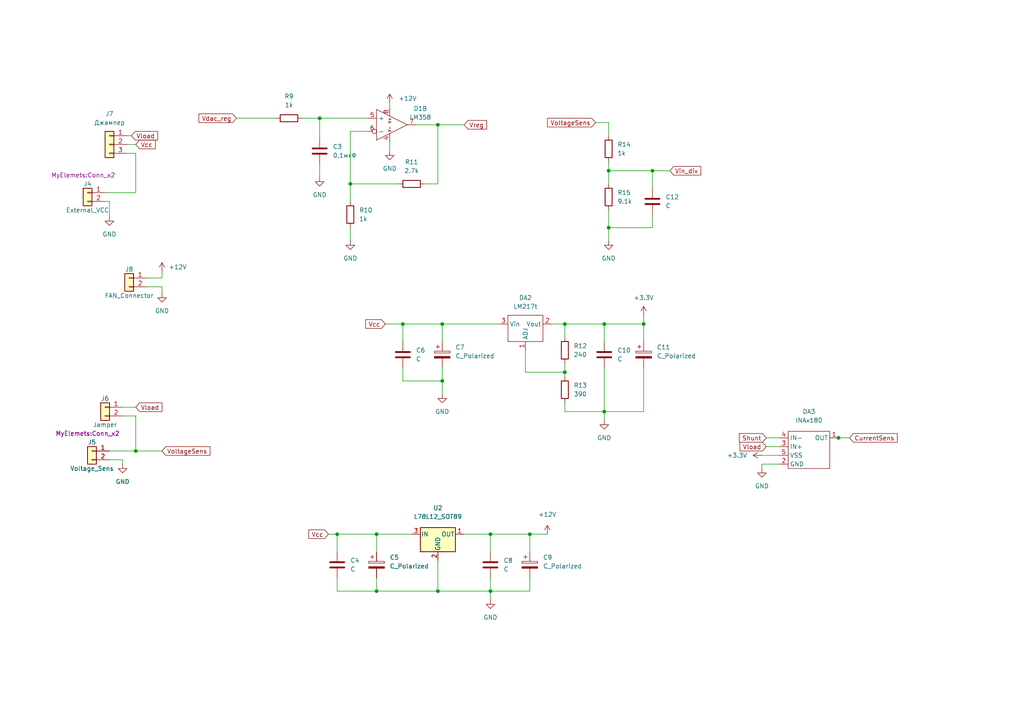
<source format=kicad_sch>
(kicad_sch (version 20211123) (generator eeschema)
  (paper "A4")
  (lib_symbols
    (symbol "Connector_Generic:Conn_01x02" (pin_names (offset 1.016) hide)
      (property "Reference" "J" (at 0 2.54 0))
      (property "Value" "Conn_01x02" (at 0 -5.08 0))
      (symbol "Conn_01x02_1_1"
        (rectangle (start -1.27 -2.413) (end 0 -2.667) (stroke (width 0.1524)))
        (rectangle (start -1.27 0.127) (end 0 -0.127) (stroke (width 0.1524)))
        (rectangle (start -1.27 1.27) (end 1.27 -3.81) (stroke (width 0.254)) (fill (type background)))
        (pin passive line (at -5.08 0 0) (length 3.81) (name "Pin_1") (number "1"))
        (pin passive line (at -5.08 -2.54 0) (length 3.81) (name "Pin_2") (number "2"))
      )
    )
    (symbol "Connector_Generic:Conn_01x03" (pin_names (offset 1.016) hide)
      (property "Reference" "J" (at 0 5.08 0))
      (property "Value" "Conn_01x03" (at 0 -5.08 0))
      (symbol "Conn_01x03_1_1"
        (rectangle (start -1.27 -2.413) (end 0 -2.667) (stroke (width 0.1524)))
        (rectangle (start -1.27 0.127) (end 0 -0.127) (stroke (width 0.1524)))
        (rectangle (start -1.27 2.667) (end 0 2.413) (stroke (width 0.1524)))
        (rectangle (start -1.27 3.81) (end 1.27 -3.81) (stroke (width 0.254)) (fill (type background)))
        (pin passive line (at -5.08 2.54 0) (length 3.81) (name "Pin_1") (number "1"))
        (pin passive line (at -5.08 0 0) (length 3.81) (name "Pin_2") (number "2"))
        (pin passive line (at -5.08 -2.54 0) (length 3.81) (name "Pin_3") (number "3"))
      )
    )
    (symbol "Device:C" (pin_numbers hide) (pin_names (offset 0.254))
      (property "Reference" "C" (at 0.635 2.54 0))
      (property "Value" "C" (at 0.635 -2.54 0))
      (symbol "C_0_1"
        (polyline (pts (xy -2.032 -0.762) (xy 2.032 -0.762)) (stroke (width 0.508)))
        (polyline (pts (xy -2.032 0.762) (xy 2.032 0.762)) (stroke (width 0.508)))
      )
      (symbol "C_1_1"
        (pin passive line (at 0 3.81 270) (length 2.794) (name "~") (number "1"))
        (pin passive line (at 0 -3.81 90) (length 2.794) (name "~") (number "2"))
      )
    )
    (symbol "Device:C_Polarized" (pin_numbers hide) (pin_names (offset 0.254))
      (property "Reference" "C" (at 0.635 2.54 0))
      (property "Value" "C_Polarized" (at 0.635 -2.54 0))
      (symbol "C_Polarized_0_1"
        (rectangle (start -2.286 0.508) (end 2.286 1.016))
        (polyline (pts (xy -1.778 2.286) (xy -0.762 2.286)))
        (polyline (pts (xy -1.27 2.794) (xy -1.27 1.778)))
        (rectangle (start 2.286 -0.508) (end -2.286 -1.016) (fill (type outline)))
      )
      (symbol "C_Polarized_1_1"
        (pin passive line (at 0 3.81 270) (length 2.794) (name "~") (number "1"))
        (pin passive line (at 0 -3.81 90) (length 2.794) (name "~") (number "2"))
      )
    )
    (symbol "Device:R" (pin_numbers hide) (pin_names (offset 0))
      (property "Reference" "R" (at 2.032 0 90))
      (property "Value" "R" (at 0 0 90))
      (symbol "R_0_1"
        (rectangle (start -1.016 -2.54) (end 1.016 2.54) (stroke (width 0.254)))
      )
      (symbol "R_1_1"
        (pin passive line (at 0 3.81 270) (length 1.27) (name "~") (number "1"))
        (pin passive line (at 0 -3.81 90) (length 1.27) (name "~") (number "2"))
      )
    )
    (symbol "MyElements:INAx180"
      (property "Reference" "DA" (at 0 6.985 0))
      (property "Value" "INAx180" (at 0 -6.985 0))
      (symbol "INAx180_0_1"
        (rectangle (start -6.35 5.715) (end 5.715 -5.08))
      )
      (symbol "INAx180_1_1"
        (pin output line (at 8.255 3.81 180) (length 2.54) (name "OUT") (number "1"))
        (pin output line (at -8.89 -3.81 0) (length 2.54) (name "GND") (number "2"))
        (pin input line (at -8.89 1.27 0) (length 2.54) (name "IN+") (number "3"))
        (pin input line (at -8.89 3.81 0) (length 2.54) (name "IN-") (number "4"))
        (pin output line (at -8.89 -1.27 0) (length 2.54) (name "VSS") (number "5"))
      )
    )
    (symbol "MyElements:LM217t"
      (property "Reference" "DA" (at 0 3.81 0))
      (property "Value" "LM217t" (at 0 6.35 0))
      (symbol "LM217t_0_1"
        (rectangle (start -5.08 2.54) (end 5.08 -5.08))
      )
      (symbol "LM217t_1_1"
        (pin output line (at 0 -7.62 90) (length 2.54) (name "ADJ") (number "1"))
        (pin output line (at 7.62 0 180) (length 2.54) (name "Vout") (number "2"))
        (pin input line (at -7.62 0 0) (length 2.54) (name "Vin") (number "3"))
      )
    )
    (symbol "MyElements:LM358"
      (property "Reference" "D" (at 4.445 4.445 0))
      (property "Value" "LM358" (at 5.08 7.62 0))
      (symbol "LM358_0_0"
        (text "V+" (at 0 1.27 900) (effects (font (size 0.8 0.8))))
        (text "V-" (at 0 -1.27 900) (effects (font (size 0.8 0.8))))
      )
      (symbol "LM358_0_1"
        (polyline (pts (xy -3.81 4.445) (xy -3.81 -4.445)))
        (polyline (pts (xy -3.81 4.445) (xy 5.08 0) (xy -3.81 -4.445)))
      )
      (symbol "LM358_1_1"
        (pin output line (at 7.62 0 180) (length 2.54) (name "") (number "1"))
        (pin input inverted (at -6.35 -1.905 0) (length 2.54) (name "-") (number "2"))
        (pin input line (at -6.35 1.905 0) (length 2.54) (name "+") (number "3"))
        (pin input line (at 0 -5.08 90) (length 2.54) (name "") (number "4"))
        (pin input line (at 0 5.08 270) (length 2.54) (name "") (number "8"))
      )
      (symbol "LM358_2_1"
        (pin input line (at 0 -5.08 90) (length 2.54) (name "") (number "4"))
        (pin input line (at -6.35 1.905 0) (length 2.54) (name "+") (number "5"))
        (pin input inverted (at -6.35 -1.905 0) (length 2.54) (name "-") (number "6"))
        (pin output line (at 7.62 0 180) (length 2.54) (name "") (number "7"))
        (pin input line (at 0 5.08 270) (length 2.54) (name "") (number "8"))
      )
    )
    (symbol "Regulator_Linear:L78L12_SOT89" (pin_names (offset 0.254))
      (property "Reference" "U" (at -3.81 3.175 0))
      (property "Value" "L78L12_SOT89" (at -0.635 3.175 0))
      (symbol "L78L12_SOT89_0_1"
        (rectangle (start -5.08 1.905) (end 5.08 -5.08) (stroke (width 0.254)) (fill (type background)))
      )
      (symbol "L78L12_SOT89_1_1"
        (pin power_out line (at 7.62 0 180) (length 2.54) (name "OUT") (number "1"))
        (pin power_in line (at 0 -7.62 90) (length 2.54) (name "GND") (number "2"))
        (pin power_in line (at -7.62 0 0) (length 2.54) (name "IN") (number "3"))
      )
    )
    (symbol "power:+12V" (power) (pin_names (offset 0))
      (property "Value" "+12V" (at 0 3.556 0))
      (symbol "+12V_0_1"
        (polyline (pts (xy -0.762 1.27) (xy 0 2.54)))
        (polyline (pts (xy 0 0) (xy 0 2.54)))
        (polyline (pts (xy 0 2.54) (xy 0.762 1.27)))
      )
      (symbol "+12V_1_1"
        (pin power_in line (at 0 0 90) (length 0) hide (name "+12V") (number "1"))
      )
    )
    (symbol "power:+3.3V" (power) (pin_names (offset 0))
      (property "Value" "+3.3V" (at 0 3.556 0))
      (symbol "+3.3V_0_1"
        (polyline (pts (xy -0.762 1.27) (xy 0 2.54)))
        (polyline (pts (xy 0 0) (xy 0 2.54)))
        (polyline (pts (xy 0 2.54) (xy 0.762 1.27)))
      )
      (symbol "+3.3V_1_1"
        (pin power_in line (at 0 0 90) (length 0) hide (name "+3.3V") (number "1"))
      )
    )
    (symbol "power:GND" (power) (pin_names (offset 0))
      (property "Value" "GND" (at 0 -3.81 0))
      (symbol "GND_0_1"
        (polyline (pts (xy 0 0) (xy 0 -1.27) (xy 1.27 -1.27) (xy 0 -2.54) (xy -1.27 -1.27) (xy 0 -1.27)))
      )
      (symbol "GND_1_1"
        (pin power_in line (at 0 0 270) (length 0) hide (name "GND") (number "1"))
      )
    )
  )
  (junction (at 128.27 93.98))
  (junction (at 116.84 93.98))
  (junction (at 153.67 154.94))
  (junction (at 142.24 154.94))
  (junction (at 127 36.195))
  (junction (at 109.22 171.45))
  (junction (at 92.71 34.29))
  (junction (at 127 171.45))
  (junction (at 128.27 110.49))
  (junction (at 186.69 93.98))
  (junction (at 243.205 127))
  (junction (at 109.22 154.94))
  (junction (at 39.37 130.81))
  (junction (at 163.83 93.98))
  (junction (at 176.53 66.04))
  (junction (at 142.24 171.45))
  (junction (at 97.79 154.94))
  (junction (at 101.6 53.34))
  (junction (at 176.53 49.53))
  (junction (at 175.26 93.98))
  (junction (at 163.83 107.95))
  (junction (at 189.23 49.53))
  (junction (at 175.26 119.38))
  (wire (pts (xy 127 171.45) (xy 142.24 171.45)))
  (wire (pts (xy 128.27 110.49) (xy 128.27 114.3)))
  (wire (pts (xy 142.24 167.64) (xy 142.24 171.45)))
  (wire (pts (xy 31.75 133.35) (xy 35.56 133.35)))
  (wire (pts (xy 39.37 120.65) (xy 39.37 130.81)))
  (wire (pts (xy 92.71 47.625) (xy 92.71 51.435)))
  (wire (pts (xy 189.23 54.61) (xy 189.23 49.53)))
  (wire (pts (xy 186.69 91.44) (xy 186.69 93.98)))
  (wire (pts (xy 242.57 127) (xy 243.205 127)))
  (wire (pts (xy 186.69 93.98) (xy 186.69 99.06)))
  (wire (pts (xy 127 36.195) (xy 127 53.34)))
  (wire (pts (xy 175.26 119.38) (xy 186.69 119.38)))
  (wire (pts (xy 176.53 49.53) (xy 176.53 53.34)))
  (wire (pts (xy 31.75 58.42) (xy 31.75 62.865)))
  (wire (pts (xy 176.53 35.56) (xy 176.53 39.37)))
  (wire (pts (xy 153.67 171.45) (xy 153.67 167.64)))
  (wire (pts (xy 97.79 154.94) (xy 109.22 154.94)))
  (wire (pts (xy 243.205 127) (xy 246.38 127)))
  (wire (pts (xy 109.22 154.94) (xy 119.38 154.94)))
  (wire (pts (xy 128.27 93.98) (xy 144.78 93.98)))
  (wire (pts (xy 189.23 62.23) (xy 189.23 66.04)))
  (wire (pts (xy 176.53 46.99) (xy 176.53 49.53)))
  (wire (pts (xy 97.79 171.45) (xy 109.22 171.45)))
  (wire (pts (xy 31.75 58.42) (xy 30.48 58.42)))
  (wire (pts (xy 142.24 173.99) (xy 142.24 171.45)))
  (wire (pts (xy 160.02 93.98) (xy 163.83 93.98)))
  (wire (pts (xy 142.24 160.02) (xy 142.24 154.94)))
  (wire (pts (xy 172.72 35.56) (xy 176.53 35.56)))
  (wire (pts (xy 176.53 66.04) (xy 176.53 69.85)))
  (wire (pts (xy 42.545 80.645) (xy 46.99 80.645)))
  (wire (pts (xy 113.03 29.845) (xy 113.03 31.115)))
  (wire (pts (xy 35.56 133.35) (xy 35.56 134.62)))
  (wire (pts (xy 36.83 39.37) (xy 38.1 39.37)))
  (wire (pts (xy 163.83 93.98) (xy 175.26 93.98)))
  (wire (pts (xy 39.37 55.88) (xy 30.48 55.88)))
  (wire (pts (xy 39.37 130.81) (xy 46.99 130.81)))
  (wire (pts (xy 111.76 93.98) (xy 116.84 93.98)))
  (wire (pts (xy 92.71 34.29) (xy 106.68 34.29)))
  (wire (pts (xy 152.4 107.95) (xy 163.83 107.95)))
  (wire (pts (xy 116.84 93.98) (xy 128.27 93.98)))
  (wire (pts (xy 92.71 34.29) (xy 92.71 40.005)))
  (wire (pts (xy 116.84 99.06) (xy 116.84 93.98)))
  (wire (pts (xy 142.24 154.94) (xy 153.67 154.94)))
  (wire (pts (xy 39.37 44.45) (xy 39.37 55.88)))
  (wire (pts (xy 101.6 58.42) (xy 101.6 53.34)))
  (wire (pts (xy 128.27 106.68) (xy 128.27 110.49)))
  (wire (pts (xy 97.79 160.02) (xy 97.79 154.94)))
  (wire (pts (xy 226.06 134.62) (xy 220.98 134.62)))
  (wire (pts (xy 36.83 41.91) (xy 39.37 41.91)))
  (wire (pts (xy 127 53.34) (xy 123.19 53.34)))
  (wire (pts (xy 222.25 129.54) (xy 226.06 129.54)))
  (wire (pts (xy 163.83 107.95) (xy 163.83 109.22)))
  (wire (pts (xy 152.4 101.6) (xy 152.4 107.95)))
  (wire (pts (xy 46.99 83.185) (xy 46.99 85.09)))
  (wire (pts (xy 222.25 127) (xy 226.06 127)))
  (wire (pts (xy 163.83 116.84) (xy 163.83 119.38)))
  (wire (pts (xy 31.75 130.81) (xy 39.37 130.81)))
  (wire (pts (xy 176.53 60.96) (xy 176.53 66.04)))
  (wire (pts (xy 134.62 154.94) (xy 142.24 154.94)))
  (wire (pts (xy 46.99 80.645) (xy 46.99 78.74)))
  (wire (pts (xy 87.63 34.29) (xy 92.71 34.29)))
  (wire (pts (xy 127 162.56) (xy 127 171.45)))
  (wire (pts (xy 109.22 154.94) (xy 109.22 160.02)))
  (wire (pts (xy 153.67 154.94) (xy 153.67 160.02)))
  (wire (pts (xy 189.23 49.53) (xy 194.31 49.53)))
  (wire (pts (xy 163.83 119.38) (xy 175.26 119.38)))
  (wire (pts (xy 220.98 134.62) (xy 220.98 135.89)))
  (wire (pts (xy 35.56 118.11) (xy 39.37 118.11)))
  (wire (pts (xy 186.69 119.38) (xy 186.69 106.68)))
  (wire (pts (xy 42.545 83.185) (xy 46.99 83.185)))
  (wire (pts (xy 95.25 154.94) (xy 97.79 154.94)))
  (wire (pts (xy 68.58 34.29) (xy 80.01 34.29)))
  (wire (pts (xy 142.24 171.45) (xy 153.67 171.45)))
  (wire (pts (xy 97.79 167.64) (xy 97.79 171.45)))
  (wire (pts (xy 175.26 121.92) (xy 175.26 119.38)))
  (wire (pts (xy 175.26 106.68) (xy 175.26 119.38)))
  (wire (pts (xy 109.22 167.64) (xy 109.22 171.45)))
  (wire (pts (xy 35.56 120.65) (xy 39.37 120.65)))
  (wire (pts (xy 101.6 38.1) (xy 106.68 38.1)))
  (wire (pts (xy 116.84 110.49) (xy 128.27 110.49)))
  (wire (pts (xy 101.6 53.34) (xy 115.57 53.34)))
  (wire (pts (xy 153.67 154.94) (xy 158.75 154.94)))
  (wire (pts (xy 36.83 44.45) (xy 39.37 44.45)))
  (wire (pts (xy 116.84 106.68) (xy 116.84 110.49)))
  (wire (pts (xy 101.6 53.34) (xy 101.6 38.1)))
  (wire (pts (xy 128.27 93.98) (xy 128.27 99.06)))
  (wire (pts (xy 120.65 36.195) (xy 127 36.195)))
  (wire (pts (xy 189.23 66.04) (xy 176.53 66.04)))
  (wire (pts (xy 127 36.195) (xy 134.62 36.195)))
  (wire (pts (xy 163.83 93.98) (xy 163.83 97.79)))
  (wire (pts (xy 175.26 99.06) (xy 175.26 93.98)))
  (wire (pts (xy 189.23 49.53) (xy 176.53 49.53)))
  (wire (pts (xy 220.98 132.08) (xy 226.06 132.08)))
  (wire (pts (xy 113.03 41.275) (xy 113.03 43.815)))
  (wire (pts (xy 101.6 66.04) (xy 101.6 69.85)))
  (wire (pts (xy 175.26 93.98) (xy 186.69 93.98)))
  (wire (pts (xy 163.83 107.95) (xy 163.83 105.41)))
  (wire (pts (xy 109.22 171.45) (xy 127 171.45)))
  (global_label "Vload" (shape input) (at 38.1 39.37 0) (property "Intersheet References" "${INTERSHEET_REFS}" (at 45.7141 39.4494 0) (effects (justify left))))
  (global_label "Shunt" (shape input) (at 222.25 127 180) (property "Intersheet References" "${INTERSHEET_REFS}" (at 214.4545 126.9206 0) (effects (justify right))))
  (global_label "Vcc" (shape input) (at 95.25 154.94 180) (property "Intersheet References" "${INTERSHEET_REFS}" (at 89.5712 155.0194 0) (effects (justify right))))
  (global_label "Vcc" (shape input) (at 39.37 41.91 0) (property "Intersheet References" "${INTERSHEET_REFS}" (at 45.0488 41.8306 0) (effects (justify left))))
  (global_label "VoltageSens" (shape input) (at 46.99 130.81 0) (property "Intersheet References" "${INTERSHEET_REFS}" (at 60.8936 130.8894 0) (effects (justify left))))
  (global_label "Vdac_reg" (shape input) (at 68.58 34.29 180) (property "Intersheet References" "${INTERSHEET_REFS}" (at 57.7002 34.3694 0) (effects (justify right))))
  (global_label "VoltageSens" (shape input) (at 172.72 35.56 180) (property "Intersheet References" "${INTERSHEET_REFS}" (at 158.8164 35.4806 0) (effects (justify right))))
  (global_label "Vcc" (shape input) (at 111.76 93.98 180) (property "Intersheet References" "${INTERSHEET_REFS}" (at 106.0812 94.0594 0) (effects (justify right))))
  (global_label "Vreg" (shape input) (at 134.62 36.195 0) (property "Intersheet References" "${INTERSHEET_REFS}" (at 141.1455 36.1156 0) (effects (justify left))))
  (global_label "CurrentSens" (shape input) (at 246.38 127 0) (property "Intersheet References" "${INTERSHEET_REFS}" (at 260.2231 126.9206 0) (effects (justify left))))
  (global_label "Vload" (shape input) (at 39.37 118.11 0) (property "Intersheet References" "${INTERSHEET_REFS}" (at 46.9841 118.1894 0) (effects (justify left))))
  (global_label "Vin_div" (shape input) (at 194.31 49.53 0) (property "Intersheet References" "${INTERSHEET_REFS}" (at 203.2545 49.4506 0) (effects (justify left))))
  (global_label "Vload" (shape input) (at 222.25 129.54 180) (property "Intersheet References" "${INTERSHEET_REFS}" (at 214.6359 129.4606 0) (effects (justify right))))
  (symbol (lib_id "power:GND") (at 128.27 114.3 0) (unit 1)
    (property "Reference" "#PWR029" (effects hide))
    (property "Value" "GND" (at 128.27 119.38 0))
  )
  (symbol (lib_id "Connector_Generic:Conn_01x02") (at 37.465 80.645 0) (mirror y) (unit 1)
    (property "Reference" "J8" (at 37.465 78.105 0))
    (property "Value" "FAN_Connector" (at 37.465 85.725 0))
    (property "Footprint" "Connector_PinHeader_2.54mm:PinHeader_1x02_P2.54mm_Vertical" (effects hide))
  )
  (symbol (lib_id "Device:C") (at 97.79 163.83 0) (unit 1)
    (property "Reference" "C4" (at 101.6 162.5599 0) (effects (justify left)))
    (property "Value" "C" (at 101.6 165.0999 0) (effects (justify left)))
    (property "Footprint" "Capacitor_SMD:C_0805_2012Metric" (effects hide))
  )
  (symbol (lib_id "power:GND") (at 92.71 51.435 0) (unit 1)
    (property "Reference" "#PWR025" (effects hide))
    (property "Value" "GND" (at 92.71 56.515 0))
  )
  (symbol (lib_id "power:+12V") (at 46.99 78.74 0) (unit 1)
    (property "Reference" "#PWR023" (effects hide))
    (property "Value" "+12V" (at 48.895 77.4699 0) (effects (justify left)))
  )
  (symbol (lib_id "Device:C_Polarized") (at 109.22 163.83 0) (unit 1)
    (property "Reference" "C5" (at 113.03 161.6709 0) (effects (justify left)))
    (property "Value" "C_Polarized" (at 113.03 164.2109 0) (effects (justify left)))
    (property "Footprint" "Capacitor_SMD:C_1206_3216Metric_Pad1.33x1.80mm_HandSolder" (effects hide))
  )
  (symbol (lib_id "power:GND") (at 35.56 134.62 0) (unit 1)
    (property "Reference" "#PWR022" (effects hide))
    (property "Value" "GND" (at 35.56 139.7 0))
  )
  (symbol (lib_id "Connector_Generic:Conn_01x02") (at 30.48 118.11 0) (mirror y) (unit 1)
    (property "Reference" "J6" (at 30.48 115.57 0))
    (property "Value" "Jamper" (at 30.48 123.19 0))
    (property "Footprint" "Connector_PinHeader_2.54mm:PinHeader_1x02_P2.54mm_Vertical" (effects hide))
  )
  (symbol (lib_id "Device:R") (at 163.83 101.6 0) (unit 1)
    (property "Reference" "R12" (at 166.37 100.3299 0) (effects (justify left)))
    (property "Value" "240" (at 166.37 102.8699 0) (effects (justify left)))
    (property "Footprint" "Resistor_SMD:R_0805_2012Metric_Pad1.20x1.40mm_HandSolder" (effects hide))
  )
  (symbol (lib_id "Connector_Generic:Conn_01x02") (at 26.67 130.81 0) (mirror y) (unit 1)
    (property "Reference" "J5" (at 26.67 128.27 0))
    (property "Value" "Voltage_Sens" (at 26.67 135.89 0))
    (property "Footprint" "MyElemets:Conn_x2" (at 25.4 125.73 0))
  )
  (symbol (lib_id "power:+3.3V") (at 220.98 132.08 90) (unit 1)
    (property "Reference" "#PWR035" (effects hide))
    (property "Value" "+3.3V" (at 210.82 132.08 90) (effects (justify right)))
  )
  (symbol (lib_id "power:GND") (at 31.75 62.865 0) (unit 1)
    (property "Reference" "#PWR021" (effects hide))
    (property "Value" "GND" (at 31.75 67.945 0))
  )
  (symbol (lib_id "power:GND") (at 175.26 121.92 0) (unit 1)
    (property "Reference" "#PWR032" (effects hide))
    (property "Value" "GND" (at 175.26 127 0))
  )
  (symbol (lib_id "power:+3.3V") (at 186.69 91.44 0) (unit 1)
    (property "Reference" "#PWR034" (effects hide))
    (property "Value" "+3.3V" (at 186.69 86.36 0))
  )
  (symbol (lib_id "power:+12V") (at 113.03 29.845 0) (unit 1)
    (property "Reference" "#PWR027" (effects hide))
    (property "Value" "+12V" (at 115.57 28.5749 0) (effects (justify left)))
  )
  (symbol (lib_id "Device:R") (at 176.53 57.15 180) (unit 1)
    (property "Reference" "R15" (at 179.07 55.8799 0) (effects (justify right)))
    (property "Value" "9.1k" (at 179.07 58.4199 0) (effects (justify right)))
    (property "Footprint" "Resistor_SMD:R_0805_2012Metric_Pad1.20x1.40mm_HandSolder" (effects hide))
  )
  (symbol (lib_id "Device:C_Polarized") (at 153.67 163.83 0) (unit 1)
    (property "Reference" "C9" (at 157.48 161.6709 0) (effects (justify left)))
    (property "Value" "C_Polarized" (at 157.48 164.2109 0) (effects (justify left)))
    (property "Footprint" "Capacitor_SMD:C_1206_3216Metric_Pad1.33x1.80mm_HandSolder" (effects hide))
  )
  (symbol (lib_id "power:GND") (at 113.03 43.815 0) (unit 1)
    (property "Reference" "#PWR028" (effects hide))
    (property "Value" "GND" (at 113.03 48.895 0))
  )
  (symbol (lib_id "Device:R") (at 163.83 113.03 0) (unit 1)
    (property "Reference" "R13" (at 166.37 111.7599 0) (effects (justify left)))
    (property "Value" "390" (at 166.37 114.2999 0) (effects (justify left)))
    (property "Footprint" "Resistor_SMD:R_0805_2012Metric_Pad1.20x1.40mm_HandSolder" (effects hide))
  )
  (symbol (lib_id "Connector_Generic:Conn_01x03") (at 31.75 41.91 0) (mirror y) (unit 1)
    (property "Reference" "J7" (at 31.75 33.02 0))
    (property "Value" "Джампер" (at 31.75 35.56 0))
    (property "Footprint" "Connector_PinHeader_2.54mm:PinHeader_1x03_P2.54mm_Vertical" (effects hide))
  )
  (symbol (lib_id "Device:C") (at 142.24 163.83 0) (unit 1)
    (property "Reference" "C8" (at 146.05 162.5599 0) (effects (justify left)))
    (property "Value" "C" (at 146.05 165.0999 0) (effects (justify left)))
    (property "Footprint" "Capacitor_SMD:C_0805_2012Metric" (effects hide))
  )
  (symbol (lib_id "MyElements:INAx180") (at 234.95 130.81 0) (unit 1)
    (property "Reference" "DA3" (at 234.6325 119.38 0))
    (property "Value" "INAx180" (at 234.6325 121.92 0))
    (property "Footprint" "Package_TO_SOT_SMD:SOT-23-5_HandSoldering" (effects hide))
  )
  (symbol (lib_id "Device:C") (at 189.23 58.42 0) (unit 1)
    (property "Reference" "C12" (at 193.04 57.1499 0) (effects (justify left)))
    (property "Value" "C" (at 193.04 59.6899 0) (effects (justify left)))
    (property "Footprint" "Capacitor_SMD:C_0805_2012Metric" (effects hide))
  )
  (symbol (lib_id "Device:C_Polarized") (at 128.27 102.87 0) (unit 1)
    (property "Reference" "C7" (at 132.08 100.7109 0) (effects (justify left)))
    (property "Value" "C_Polarized" (at 132.08 103.2509 0) (effects (justify left)))
    (property "Footprint" "Capacitor_SMD:CP_Elec_5x5.3" (effects hide))
  )
  (symbol (lib_id "power:GND") (at 46.99 85.09 0) (unit 1)
    (property "Reference" "#PWR024" (effects hide))
    (property "Value" "GND" (at 46.99 90.17 0))
  )
  (symbol (lib_id "Regulator_Linear:L78L12_SOT89") (at 127 154.94 0) (unit 1)
    (property "Reference" "U2" (at 127 147.32 0))
    (property "Value" "L78L12_SOT89" (at 127 149.86 0))
    (property "Footprint" "Package_TO_SOT_SMD:SOT-89-3" (effects hide))
    (property "Datasheet" "http://www.st.com/content/ccc/resource/technical/document/datasheet/15/55/e5/aa/23/5b/43/fd/CD00000446.pdf/files/CD00000446.pdf/jcr:content/translations/en.CD00000446.pdf" (effects hide))
  )
  (symbol (lib_id "Connector_Generic:Conn_01x02") (at 25.4 55.88 0) (mirror y) (unit 1)
    (property "Reference" "J4" (at 25.4 53.34 0))
    (property "Value" "External_VCC" (at 25.4 60.96 0))
    (property "Footprint" "MyElemets:Conn_x2" (at 24.13 50.8 0))
  )
  (symbol (lib_id "Device:R") (at 83.82 34.29 90) (unit 1)
    (property "Reference" "R9" (at 83.82 27.94 90))
    (property "Value" "1k" (at 83.82 30.48 90))
    (property "Footprint" "Resistor_SMD:R_0805_2012Metric_Pad1.20x1.40mm_HandSolder" (effects hide))
  )
  (symbol (lib_id "Device:C") (at 116.84 102.87 0) (unit 1)
    (property "Reference" "C6" (at 120.65 101.5999 0) (effects (justify left)))
    (property "Value" "C" (at 120.65 104.1399 0) (effects (justify left)))
    (property "Footprint" "Capacitor_SMD:C_0805_2012Metric" (effects hide))
  )
  (symbol (lib_id "Device:R") (at 176.53 43.18 180) (unit 1)
    (property "Reference" "R14" (at 179.07 41.9099 0) (effects (justify right)))
    (property "Value" "1k" (at 179.07 44.4499 0) (effects (justify right)))
    (property "Footprint" "Resistor_SMD:R_0805_2012Metric_Pad1.20x1.40mm_HandSolder" (effects hide))
  )
  (symbol (lib_id "Device:C_Polarized") (at 186.69 102.87 0) (unit 1)
    (property "Reference" "C11" (at 190.5 100.7109 0) (effects (justify left)))
    (property "Value" "C_Polarized" (at 190.5 103.2509 0) (effects (justify left)))
    (property "Footprint" "Capacitor_SMD:CP_Elec_5x5.4" (effects hide))
  )
  (symbol (lib_id "MyElements:LM358") (at 113.03 36.195 0) (unit 2)
    (property "Reference" "D1" (at 121.92 31.496 0))
    (property "Value" "LM358" (at 121.92 34.036 0))
    (property "Footprint" "Package_DIP:DIP-8_W7.62mm_LongPads" (effects hide))
  )
  (symbol (lib_id "Device:R") (at 101.6 62.23 0) (unit 1)
    (property "Reference" "R10" (at 104.14 60.9599 0) (effects (justify left)))
    (property "Value" "1k" (at 104.14 63.4999 0) (effects (justify left)))
    (property "Footprint" "Resistor_SMD:R_0805_2012Metric_Pad1.20x1.40mm_HandSolder" (effects hide))
  )
  (symbol (lib_id "power:GND") (at 101.6 69.85 0) (unit 1)
    (property "Reference" "#PWR026" (effects hide))
    (property "Value" "GND" (at 101.6 74.93 0))
  )
  (symbol (lib_id "power:GND") (at 142.24 173.99 0) (unit 1)
    (property "Reference" "#PWR030" (effects hide))
    (property "Value" "GND" (at 142.24 179.07 0))
  )
  (symbol (lib_id "Device:C") (at 175.26 102.87 0) (unit 1)
    (property "Reference" "C10" (at 179.07 101.5999 0) (effects (justify left)))
    (property "Value" "C" (at 179.07 104.1399 0) (effects (justify left)))
    (property "Footprint" "Capacitor_SMD:C_0805_2012Metric" (effects hide))
  )
  (symbol (lib_id "power:GND") (at 176.53 69.85 0) (unit 1)
    (property "Reference" "#PWR033" (effects hide))
    (property "Value" "GND" (at 176.53 74.93 0))
  )
  (symbol (lib_id "MyElements:LM217t") (at 152.4 93.98 0) (unit 1)
    (property "Reference" "DA2" (at 152.4 86.36 0))
    (property "Value" "LM217t" (at 152.4 88.9 0))
    (property "Footprint" "MyElemets:TO-220" (effects hide))
  )
  (symbol (lib_id "Device:R") (at 119.38 53.34 90) (unit 1)
    (property "Reference" "R11" (at 119.38 46.99 90))
    (property "Value" "2.7k" (at 119.38 49.53 90))
    (property "Footprint" "Resistor_SMD:R_0805_2012Metric_Pad1.20x1.40mm_HandSolder" (effects hide))
  )
  (symbol (lib_id "power:+12V") (at 158.75 154.94 0) (unit 1)
    (property "Reference" "#PWR031" (effects hide))
    (property "Value" "+12V" (at 158.75 149.225 0))
  )
  (symbol (lib_id "Device:C") (at 92.71 43.815 0) (unit 1)
    (property "Reference" "C3" (at 96.52 42.5449 0) (effects (justify left)))
    (property "Value" "0,1мкФ" (at 96.52 45.0849 0) (effects (justify left)))
    (property "Footprint" "Capacitor_SMD:C_0805_2012Metric" (effects hide))
  )
  (symbol (lib_id "power:GND") (at 220.98 135.89 0) (unit 1)
    (property "Reference" "#PWR036" (effects hide))
    (property "Value" "GND" (at 220.98 140.97 0))
  )
)
</source>
